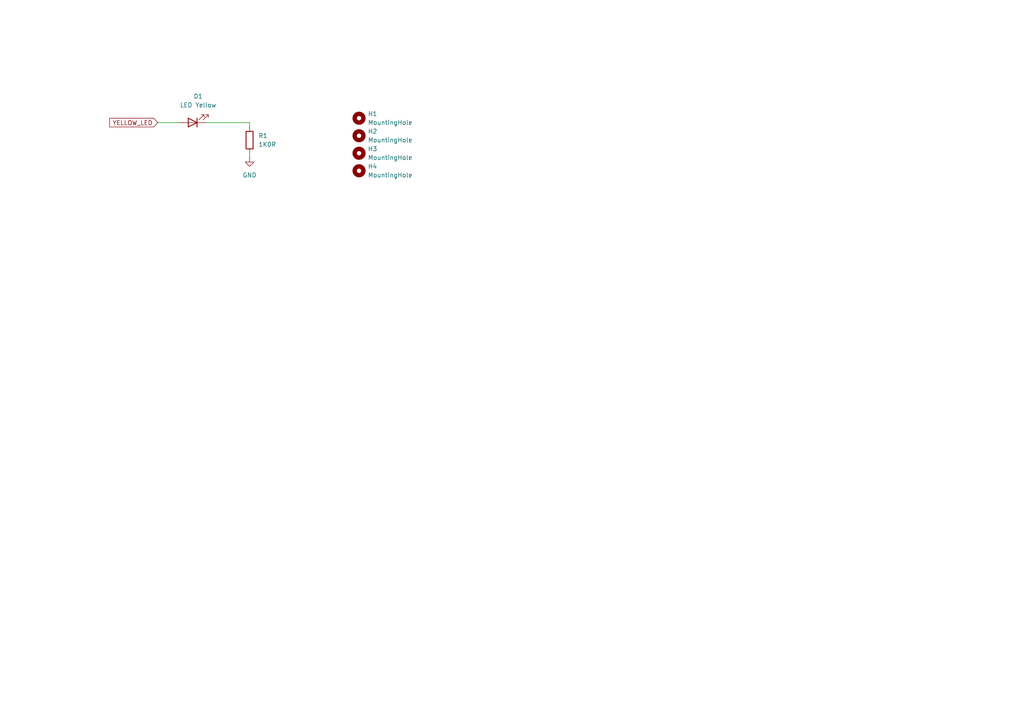
<source format=kicad_sch>
(kicad_sch (version 20250114) (generator "eeschema") (generator_version "9.0")
  (paper "A4")
  (title_block (date "2024-09-06") (rev "Tokyo") (company "CUHAR"))
  (lib_symbols
    (symbol "Device:LED" (pin_numbers (hide yes)) (pin_names (offset 1.016) (hide yes))
      (property "Reference" "D" (at 0 2.54 0))
      (property "Value" "LED" (at 0 -2.54 0))
      (symbol "LED_0_1"
        (polyline (pts (xy -3.048 -0.762) (xy -4.572 -2.286) (xy -3.81 -2.286) (xy -4.572 -2.286) (xy -4.572 -1.524)))
        (polyline (pts (xy -1.778 -0.762) (xy -3.302 -2.286) (xy -2.54 -2.286) (xy -3.302 -2.286) (xy -3.302 -1.524)))
        (polyline (pts (xy -1.27 0) (xy 1.27 0)))
        (polyline (pts (xy -1.27 -1.27) (xy -1.27 1.27)) (stroke (width 0.254)))
        (polyline (pts (xy 1.27 -1.27) (xy 1.27 1.27) (xy -1.27 0) (xy 1.27 -1.27)) (stroke (width 0.254)))
      )
      (symbol "LED_1_1"
        (pin passive line (at -3.81 0 0) (length 2.54) (name "K") (number "1"))
        (pin passive line (at 3.81 0 180) (length 2.54) (name "A") (number "2"))
      )
    )
    (symbol "Device:R" (pin_numbers (hide yes)) (pin_names (offset 0))
      (property "Reference" "R" (at 2.032 0 90))
      (property "Value" "R" (at 0 0 90))
      (symbol "R_0_1"
        (rectangle (start -1.016 -2.54) (end 1.016 2.54) (stroke (width 0.254)))
      )
      (symbol "R_1_1"
        (pin passive line (at 0 3.81 270) (length 1.27) (name "~") (number "1"))
        (pin passive line (at 0 -3.81 90) (length 1.27) (name "~") (number "2"))
      )
    )
    (symbol "Mechanical:MountingHole" (pin_names (offset 1.016)) (exclude_from_sim yes) (in_bom no)
      (property "Reference" "H" (at 0 5.08 0))
      (property "Value" "MountingHole" (at 0 3.175 0))
      (symbol "MountingHole_0_1"
        (circle (center 0 0) (radius 1.27) (stroke (width 1.27)))
      )
    )
    (symbol "power:GND" (power) (pin_numbers (hide yes)) (pin_names (offset 0) (hide yes))
      (property "Value" "GND" (at 0 -3.81 0))
      (symbol "GND_0_1"
        (polyline (pts (xy 0 0) (xy 0 -1.27) (xy 1.27 -1.27) (xy 0 -2.54) (xy -1.27 -1.27) (xy 0 -1.27)))
      )
      (symbol "GND_1_1"
        (pin power_in line (at 0 0 270) (length 0) (name "~") (number "1"))
      )
    )
  )
  (wire (pts (xy 72.39 35.56) (xy 72.39 36.83)))
  (wire (pts (xy 72.39 44.45) (xy 72.39 45.72)))
  (wire (pts (xy 72.39 35.56) (xy 59.69 35.56)))
  (wire (pts (xy 45.72 35.56) (xy 52.07 35.56)))
  (global_label "YELLOW_LED" (shape input) (at 45.72 35.56 180) (property "Intersheetrefs" "${INTERSHEET_REFS}" (effects (hide yes))))
  (symbol (lib_id "Mechanical:MountingHole") (at 104.14 34.29 0) (unit 1) (exclude_from_sim yes) (in_bom no)
    (property "Reference" "H1" (at 106.68 33.0199 0) (effects (justify left)))
    (property "Value" "MountingHole" (at 106.68 35.5599 0) (effects (justify left)))
    (property "Footprint" "MountingHole:MountingHole_3.2mm_M3" (effects (hide yes)))
    (property "Description" "Mounting Hole without connection" (effects (hide yes)))
  )
  (symbol (lib_id "Mechanical:MountingHole") (at 104.14 44.45 0) (unit 1) (exclude_from_sim yes) (in_bom no)
    (property "Reference" "H3" (at 106.68 43.1799 0) (effects (justify left)))
    (property "Value" "MountingHole" (at 106.68 45.7199 0) (effects (justify left)))
    (property "Footprint" "MountingHole:MountingHole_3.2mm_M3" (effects (hide yes)))
    (property "Description" "Mounting Hole without connection" (effects (hide yes)))
  )
  (symbol (lib_id "Device:R") (at 72.39 40.64 0) (unit 1)
    (property "Reference" "R1" (at 74.93 39.3699 0) (effects (justify left)))
    (property "Value" "1K0R" (at 74.93 41.9099 0) (effects (justify left)))
    (property "Footprint" "Resistor_SMD:R_0402_1005Metric" (effects (hide yes)))
    (property "Description" "Resistor" (effects (hide yes)))
  )
  (symbol (lib_id "power:GND") (at 72.39 45.72 0) (unit 1)
    (property "Reference" "#PWR05" (effects (hide yes)))
    (property "Value" "GND" (at 72.39 50.8 0))
    (property "Description" "Power symbol creates a global label with name \"GND\" , ground" (effects (hide yes)))
  )
  (symbol (lib_id "Mechanical:MountingHole") (at 104.14 49.53 0) (unit 1) (exclude_from_sim yes) (in_bom no)
    (property "Reference" "H4" (at 106.68 48.2599 0) (effects (justify left)))
    (property "Value" "MountingHole" (at 106.68 50.7999 0) (effects (justify left)))
    (property "Footprint" "MountingHole:MountingHole_3.2mm_M3" (effects (hide yes)))
    (property "Description" "Mounting Hole without connection" (effects (hide yes)))
  )
  (symbol (lib_id "Mechanical:MountingHole") (at 104.14 39.37 0) (unit 1) (exclude_from_sim yes) (in_bom no)
    (property "Reference" "H2" (at 106.68 38.0999 0) (effects (justify left)))
    (property "Value" "MountingHole" (at 106.68 40.6399 0) (effects (justify left)))
    (property "Footprint" "MountingHole:MountingHole_3.2mm_M3" (effects (hide yes)))
    (property "Description" "Mounting Hole without connection" (effects (hide yes)))
  )
  (symbol (lib_id "Device:LED") (at 55.88 35.56 180) (unit 1)
    (property "Reference" "D1" (at 57.4675 27.94 0))
    (property "Value" "LED Yellow" (at 57.4675 30.48 0))
    (property "Footprint" "LED_SMD:LED_0603_1608Metric" (effects (hide yes)))
    (property "Description" "Light emitting diode" (effects (hide yes)))
  )
)
</source>
